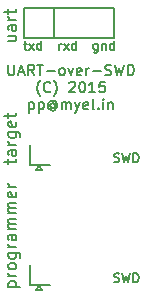
<source format=gto>
G04 #@! TF.FileFunction,Legend,Top*
%FSLAX46Y46*%
G04 Gerber Fmt 4.6, Leading zero omitted, Abs format (unit mm)*
G04 Created by KiCad (PCBNEW (2015-01-02 BZR 5348)-product) date 1/21/2015 12:38:18 AM*
%MOMM*%
G01*
G04 APERTURE LIST*
%ADD10C,0.100000*%
%ADD11C,0.152400*%
%ADD12C,0.177800*%
%ADD13C,0.150000*%
G04 APERTURE END LIST*
D10*
D11*
X144761858Y-102797429D02*
X144870715Y-102833714D01*
X145052144Y-102833714D01*
X145124715Y-102797429D01*
X145161001Y-102761143D01*
X145197286Y-102688571D01*
X145197286Y-102616000D01*
X145161001Y-102543429D01*
X145124715Y-102507143D01*
X145052144Y-102470857D01*
X144907001Y-102434571D01*
X144834429Y-102398286D01*
X144798144Y-102362000D01*
X144761858Y-102289429D01*
X144761858Y-102216857D01*
X144798144Y-102144286D01*
X144834429Y-102108000D01*
X144907001Y-102071714D01*
X145088429Y-102071714D01*
X145197286Y-102108000D01*
X145451286Y-102071714D02*
X145632715Y-102833714D01*
X145777858Y-102289429D01*
X145923000Y-102833714D01*
X146104429Y-102071714D01*
X146394715Y-102833714D02*
X146394715Y-102071714D01*
X146576143Y-102071714D01*
X146685000Y-102108000D01*
X146757572Y-102180571D01*
X146793857Y-102253143D01*
X146830143Y-102398286D01*
X146830143Y-102507143D01*
X146793857Y-102652286D01*
X146757572Y-102724857D01*
X146685000Y-102797429D01*
X146576143Y-102833714D01*
X146394715Y-102833714D01*
X144761858Y-92637429D02*
X144870715Y-92673714D01*
X145052144Y-92673714D01*
X145124715Y-92637429D01*
X145161001Y-92601143D01*
X145197286Y-92528571D01*
X145197286Y-92456000D01*
X145161001Y-92383429D01*
X145124715Y-92347143D01*
X145052144Y-92310857D01*
X144907001Y-92274571D01*
X144834429Y-92238286D01*
X144798144Y-92202000D01*
X144761858Y-92129429D01*
X144761858Y-92056857D01*
X144798144Y-91984286D01*
X144834429Y-91948000D01*
X144907001Y-91911714D01*
X145088429Y-91911714D01*
X145197286Y-91948000D01*
X145451286Y-91911714D02*
X145632715Y-92673714D01*
X145777858Y-92129429D01*
X145923000Y-92673714D01*
X146104429Y-91911714D01*
X146394715Y-92673714D02*
X146394715Y-91911714D01*
X146576143Y-91911714D01*
X146685000Y-91948000D01*
X146757572Y-92020571D01*
X146793857Y-92093143D01*
X146830143Y-92238286D01*
X146830143Y-92347143D01*
X146793857Y-92492286D01*
X146757572Y-92564857D01*
X146685000Y-92637429D01*
X146576143Y-92673714D01*
X146394715Y-92673714D01*
X137087428Y-82640714D02*
X137377714Y-82640714D01*
X137196286Y-82386714D02*
X137196286Y-83039857D01*
X137232571Y-83112429D01*
X137305143Y-83148714D01*
X137377714Y-83148714D01*
X137559143Y-83148714D02*
X137958286Y-82640714D01*
X137559143Y-82640714D02*
X137958286Y-83148714D01*
X138575143Y-83148714D02*
X138575143Y-82386714D01*
X138575143Y-83112429D02*
X138502572Y-83148714D01*
X138357429Y-83148714D01*
X138284857Y-83112429D01*
X138248572Y-83076143D01*
X138212286Y-83003571D01*
X138212286Y-82785857D01*
X138248572Y-82713286D01*
X138284857Y-82677000D01*
X138357429Y-82640714D01*
X138502572Y-82640714D01*
X138575143Y-82677000D01*
X140099143Y-83148714D02*
X140099143Y-82640714D01*
X140099143Y-82785857D02*
X140135428Y-82713286D01*
X140171714Y-82677000D01*
X140244285Y-82640714D01*
X140316857Y-82640714D01*
X140498285Y-83148714D02*
X140897428Y-82640714D01*
X140498285Y-82640714D02*
X140897428Y-83148714D01*
X141514285Y-83148714D02*
X141514285Y-82386714D01*
X141514285Y-83112429D02*
X141441714Y-83148714D01*
X141296571Y-83148714D01*
X141223999Y-83112429D01*
X141187714Y-83076143D01*
X141151428Y-83003571D01*
X141151428Y-82785857D01*
X141187714Y-82713286D01*
X141223999Y-82677000D01*
X141296571Y-82640714D01*
X141441714Y-82640714D01*
X141514285Y-82677000D01*
X143364856Y-82640714D02*
X143364856Y-83257571D01*
X143328570Y-83330143D01*
X143292285Y-83366429D01*
X143219713Y-83402714D01*
X143110856Y-83402714D01*
X143038285Y-83366429D01*
X143364856Y-83112429D02*
X143292285Y-83148714D01*
X143147142Y-83148714D01*
X143074570Y-83112429D01*
X143038285Y-83076143D01*
X143001999Y-83003571D01*
X143001999Y-82785857D01*
X143038285Y-82713286D01*
X143074570Y-82677000D01*
X143147142Y-82640714D01*
X143292285Y-82640714D01*
X143364856Y-82677000D01*
X143727714Y-82640714D02*
X143727714Y-83148714D01*
X143727714Y-82713286D02*
X143763999Y-82677000D01*
X143836571Y-82640714D01*
X143945428Y-82640714D01*
X144017999Y-82677000D01*
X144054285Y-82749571D01*
X144054285Y-83148714D01*
X144743714Y-83148714D02*
X144743714Y-82386714D01*
X144743714Y-83112429D02*
X144671143Y-83148714D01*
X144526000Y-83148714D01*
X144453428Y-83112429D01*
X144417143Y-83076143D01*
X144380857Y-83003571D01*
X144380857Y-82785857D01*
X144417143Y-82713286D01*
X144453428Y-82677000D01*
X144526000Y-82640714D01*
X144671143Y-82640714D01*
X144743714Y-82677000D01*
D12*
X135805334Y-84450767D02*
X135805334Y-85170433D01*
X135847667Y-85255100D01*
X135890000Y-85297433D01*
X135974667Y-85339767D01*
X136144000Y-85339767D01*
X136228667Y-85297433D01*
X136271000Y-85255100D01*
X136313334Y-85170433D01*
X136313334Y-84450767D01*
X136694333Y-85085767D02*
X137117667Y-85085767D01*
X136609667Y-85339767D02*
X136906000Y-84450767D01*
X137202333Y-85339767D01*
X138006667Y-85339767D02*
X137710333Y-84916433D01*
X137498667Y-85339767D02*
X137498667Y-84450767D01*
X137837333Y-84450767D01*
X137922000Y-84493100D01*
X137964333Y-84535433D01*
X138006667Y-84620100D01*
X138006667Y-84747100D01*
X137964333Y-84831767D01*
X137922000Y-84874100D01*
X137837333Y-84916433D01*
X137498667Y-84916433D01*
X138260667Y-84450767D02*
X138768667Y-84450767D01*
X138514667Y-85339767D02*
X138514667Y-84450767D01*
X139065000Y-85001100D02*
X139742333Y-85001100D01*
X140292667Y-85339767D02*
X140208000Y-85297433D01*
X140165667Y-85255100D01*
X140123333Y-85170433D01*
X140123333Y-84916433D01*
X140165667Y-84831767D01*
X140208000Y-84789433D01*
X140292667Y-84747100D01*
X140419667Y-84747100D01*
X140504333Y-84789433D01*
X140546667Y-84831767D01*
X140589000Y-84916433D01*
X140589000Y-85170433D01*
X140546667Y-85255100D01*
X140504333Y-85297433D01*
X140419667Y-85339767D01*
X140292667Y-85339767D01*
X140885333Y-84747100D02*
X141097000Y-85339767D01*
X141308666Y-84747100D01*
X141985999Y-85297433D02*
X141901333Y-85339767D01*
X141731999Y-85339767D01*
X141647333Y-85297433D01*
X141604999Y-85212767D01*
X141604999Y-84874100D01*
X141647333Y-84789433D01*
X141731999Y-84747100D01*
X141901333Y-84747100D01*
X141985999Y-84789433D01*
X142028333Y-84874100D01*
X142028333Y-84958767D01*
X141604999Y-85043433D01*
X142409333Y-85339767D02*
X142409333Y-84747100D01*
X142409333Y-84916433D02*
X142451666Y-84831767D01*
X142493999Y-84789433D01*
X142578666Y-84747100D01*
X142663333Y-84747100D01*
X142959666Y-85001100D02*
X143636999Y-85001100D01*
X144017999Y-85297433D02*
X144144999Y-85339767D01*
X144356666Y-85339767D01*
X144441333Y-85297433D01*
X144483666Y-85255100D01*
X144525999Y-85170433D01*
X144525999Y-85085767D01*
X144483666Y-85001100D01*
X144441333Y-84958767D01*
X144356666Y-84916433D01*
X144187333Y-84874100D01*
X144102666Y-84831767D01*
X144060333Y-84789433D01*
X144017999Y-84704767D01*
X144017999Y-84620100D01*
X144060333Y-84535433D01*
X144102666Y-84493100D01*
X144187333Y-84450767D01*
X144398999Y-84450767D01*
X144525999Y-84493100D01*
X144822333Y-84450767D02*
X145034000Y-85339767D01*
X145203333Y-84704767D01*
X145372666Y-85339767D01*
X145584333Y-84450767D01*
X145923000Y-85339767D02*
X145923000Y-84450767D01*
X146134666Y-84450767D01*
X146261666Y-84493100D01*
X146346333Y-84577767D01*
X146388666Y-84662433D01*
X146431000Y-84831767D01*
X146431000Y-84958767D01*
X146388666Y-85128100D01*
X146346333Y-85212767D01*
X146261666Y-85297433D01*
X146134666Y-85339767D01*
X145923000Y-85339767D01*
X138493500Y-87100833D02*
X138451166Y-87058500D01*
X138366500Y-86931500D01*
X138324166Y-86846833D01*
X138281833Y-86719833D01*
X138239500Y-86508167D01*
X138239500Y-86338833D01*
X138281833Y-86127167D01*
X138324166Y-86000167D01*
X138366500Y-85915500D01*
X138451166Y-85788500D01*
X138493500Y-85746167D01*
X139340167Y-86677500D02*
X139297833Y-86719833D01*
X139170833Y-86762167D01*
X139086167Y-86762167D01*
X138959167Y-86719833D01*
X138874500Y-86635167D01*
X138832167Y-86550500D01*
X138789833Y-86381167D01*
X138789833Y-86254167D01*
X138832167Y-86084833D01*
X138874500Y-86000167D01*
X138959167Y-85915500D01*
X139086167Y-85873167D01*
X139170833Y-85873167D01*
X139297833Y-85915500D01*
X139340167Y-85957833D01*
X139636500Y-87100833D02*
X139678833Y-87058500D01*
X139763500Y-86931500D01*
X139805833Y-86846833D01*
X139848167Y-86719833D01*
X139890500Y-86508167D01*
X139890500Y-86338833D01*
X139848167Y-86127167D01*
X139805833Y-86000167D01*
X139763500Y-85915500D01*
X139678833Y-85788500D01*
X139636500Y-85746167D01*
X140948833Y-85957833D02*
X140991167Y-85915500D01*
X141075833Y-85873167D01*
X141287500Y-85873167D01*
X141372167Y-85915500D01*
X141414500Y-85957833D01*
X141456833Y-86042500D01*
X141456833Y-86127167D01*
X141414500Y-86254167D01*
X140906500Y-86762167D01*
X141456833Y-86762167D01*
X142007167Y-85873167D02*
X142091834Y-85873167D01*
X142176500Y-85915500D01*
X142218834Y-85957833D01*
X142261167Y-86042500D01*
X142303500Y-86211833D01*
X142303500Y-86423500D01*
X142261167Y-86592833D01*
X142218834Y-86677500D01*
X142176500Y-86719833D01*
X142091834Y-86762167D01*
X142007167Y-86762167D01*
X141922500Y-86719833D01*
X141880167Y-86677500D01*
X141837834Y-86592833D01*
X141795500Y-86423500D01*
X141795500Y-86211833D01*
X141837834Y-86042500D01*
X141880167Y-85957833D01*
X141922500Y-85915500D01*
X142007167Y-85873167D01*
X143150167Y-86762167D02*
X142642167Y-86762167D01*
X142896167Y-86762167D02*
X142896167Y-85873167D01*
X142811501Y-86000167D01*
X142726834Y-86084833D01*
X142642167Y-86127167D01*
X143954501Y-85873167D02*
X143531168Y-85873167D01*
X143488834Y-86296500D01*
X143531168Y-86254167D01*
X143615834Y-86211833D01*
X143827501Y-86211833D01*
X143912168Y-86254167D01*
X143954501Y-86296500D01*
X143996834Y-86381167D01*
X143996834Y-86592833D01*
X143954501Y-86677500D01*
X143912168Y-86719833D01*
X143827501Y-86762167D01*
X143615834Y-86762167D01*
X143531168Y-86719833D01*
X143488834Y-86677500D01*
X137562168Y-87591900D02*
X137562168Y-88480900D01*
X137562168Y-87634233D02*
X137646834Y-87591900D01*
X137816168Y-87591900D01*
X137900834Y-87634233D01*
X137943168Y-87676567D01*
X137985501Y-87761233D01*
X137985501Y-88015233D01*
X137943168Y-88099900D01*
X137900834Y-88142233D01*
X137816168Y-88184567D01*
X137646834Y-88184567D01*
X137562168Y-88142233D01*
X138366501Y-87591900D02*
X138366501Y-88480900D01*
X138366501Y-87634233D02*
X138451167Y-87591900D01*
X138620501Y-87591900D01*
X138705167Y-87634233D01*
X138747501Y-87676567D01*
X138789834Y-87761233D01*
X138789834Y-88015233D01*
X138747501Y-88099900D01*
X138705167Y-88142233D01*
X138620501Y-88184567D01*
X138451167Y-88184567D01*
X138366501Y-88142233D01*
X139721167Y-87761233D02*
X139678834Y-87718900D01*
X139594167Y-87676567D01*
X139509500Y-87676567D01*
X139424834Y-87718900D01*
X139382500Y-87761233D01*
X139340167Y-87845900D01*
X139340167Y-87930567D01*
X139382500Y-88015233D01*
X139424834Y-88057567D01*
X139509500Y-88099900D01*
X139594167Y-88099900D01*
X139678834Y-88057567D01*
X139721167Y-88015233D01*
X139721167Y-87676567D02*
X139721167Y-88015233D01*
X139763500Y-88057567D01*
X139805834Y-88057567D01*
X139890500Y-88015233D01*
X139932834Y-87930567D01*
X139932834Y-87718900D01*
X139848167Y-87591900D01*
X139721167Y-87507233D01*
X139551834Y-87464900D01*
X139382500Y-87507233D01*
X139255500Y-87591900D01*
X139170834Y-87718900D01*
X139128500Y-87888233D01*
X139170834Y-88057567D01*
X139255500Y-88184567D01*
X139382500Y-88269233D01*
X139551834Y-88311567D01*
X139721167Y-88269233D01*
X139848167Y-88184567D01*
X140313834Y-88184567D02*
X140313834Y-87591900D01*
X140313834Y-87676567D02*
X140356167Y-87634233D01*
X140440834Y-87591900D01*
X140567834Y-87591900D01*
X140652500Y-87634233D01*
X140694834Y-87718900D01*
X140694834Y-88184567D01*
X140694834Y-87718900D02*
X140737167Y-87634233D01*
X140821834Y-87591900D01*
X140948834Y-87591900D01*
X141033500Y-87634233D01*
X141075834Y-87718900D01*
X141075834Y-88184567D01*
X141414500Y-87591900D02*
X141626167Y-88184567D01*
X141837833Y-87591900D02*
X141626167Y-88184567D01*
X141541500Y-88396233D01*
X141499167Y-88438567D01*
X141414500Y-88480900D01*
X142515166Y-88142233D02*
X142430500Y-88184567D01*
X142261166Y-88184567D01*
X142176500Y-88142233D01*
X142134166Y-88057567D01*
X142134166Y-87718900D01*
X142176500Y-87634233D01*
X142261166Y-87591900D01*
X142430500Y-87591900D01*
X142515166Y-87634233D01*
X142557500Y-87718900D01*
X142557500Y-87803567D01*
X142134166Y-87888233D01*
X143065500Y-88184567D02*
X142980833Y-88142233D01*
X142938500Y-88057567D01*
X142938500Y-87295567D01*
X143404167Y-88099900D02*
X143446500Y-88142233D01*
X143404167Y-88184567D01*
X143361833Y-88142233D01*
X143404167Y-88099900D01*
X143404167Y-88184567D01*
X143827500Y-88184567D02*
X143827500Y-87591900D01*
X143827500Y-87295567D02*
X143785166Y-87337900D01*
X143827500Y-87380233D01*
X143869833Y-87337900D01*
X143827500Y-87295567D01*
X143827500Y-87380233D01*
X144250833Y-87591900D02*
X144250833Y-88184567D01*
X144250833Y-87676567D02*
X144293166Y-87634233D01*
X144377833Y-87591900D01*
X144504833Y-87591900D01*
X144589499Y-87634233D01*
X144631833Y-87718900D01*
X144631833Y-88184567D01*
D13*
X139700000Y-79629000D02*
X144780000Y-79629000D01*
X144780000Y-79629000D02*
X144780000Y-82169000D01*
X144780000Y-82169000D02*
X139700000Y-82169000D01*
X137160000Y-82169000D02*
X139700000Y-82169000D01*
X139700000Y-82169000D02*
X139700000Y-79629000D01*
X137160000Y-82169000D02*
X137160000Y-79629000D01*
X137160000Y-79629000D02*
X139700000Y-79629000D01*
X137600000Y-91240000D02*
X137600000Y-92940000D01*
X137600000Y-92940000D02*
X139300000Y-92940000D01*
X138430000Y-92964000D02*
X138176000Y-93345000D01*
X138176000Y-93345000D02*
X138557000Y-93345000D01*
X138557000Y-93345000D02*
X138684000Y-93345000D01*
X138684000Y-93345000D02*
X138430000Y-92964000D01*
X137600000Y-101400000D02*
X137600000Y-103100000D01*
X137600000Y-103100000D02*
X139300000Y-103100000D01*
X138430000Y-103124000D02*
X138176000Y-103505000D01*
X138176000Y-103505000D02*
X138557000Y-103505000D01*
X138557000Y-103505000D02*
X138684000Y-103505000D01*
X138684000Y-103505000D02*
X138430000Y-103124000D01*
X135802714Y-81986333D02*
X136469381Y-81986333D01*
X135802714Y-82414905D02*
X136326524Y-82414905D01*
X136421762Y-82367286D01*
X136469381Y-82272048D01*
X136469381Y-82129190D01*
X136421762Y-82033952D01*
X136374143Y-81986333D01*
X136469381Y-81081571D02*
X135945571Y-81081571D01*
X135850333Y-81129190D01*
X135802714Y-81224428D01*
X135802714Y-81414905D01*
X135850333Y-81510143D01*
X136421762Y-81081571D02*
X136469381Y-81176809D01*
X136469381Y-81414905D01*
X136421762Y-81510143D01*
X136326524Y-81557762D01*
X136231286Y-81557762D01*
X136136048Y-81510143D01*
X136088429Y-81414905D01*
X136088429Y-81176809D01*
X136040810Y-81081571D01*
X136469381Y-80605381D02*
X135802714Y-80605381D01*
X135993190Y-80605381D02*
X135897952Y-80557762D01*
X135850333Y-80510143D01*
X135802714Y-80414905D01*
X135802714Y-80319666D01*
X135802714Y-80129190D02*
X135802714Y-79748238D01*
X135469381Y-79986333D02*
X136326524Y-79986333D01*
X136421762Y-79938714D01*
X136469381Y-79843476D01*
X136469381Y-79748238D01*
X135799286Y-92830951D02*
X135799286Y-92443903D01*
X135460619Y-92685808D02*
X136331476Y-92685808D01*
X136428238Y-92637427D01*
X136476619Y-92540665D01*
X136476619Y-92443903D01*
X136476619Y-91669809D02*
X135944429Y-91669809D01*
X135847667Y-91718190D01*
X135799286Y-91814952D01*
X135799286Y-92008475D01*
X135847667Y-92105237D01*
X136428238Y-91669809D02*
X136476619Y-91766571D01*
X136476619Y-92008475D01*
X136428238Y-92105237D01*
X136331476Y-92153618D01*
X136234714Y-92153618D01*
X136137952Y-92105237D01*
X136089571Y-92008475D01*
X136089571Y-91766571D01*
X136041190Y-91669809D01*
X136476619Y-91185999D02*
X135799286Y-91185999D01*
X135992810Y-91185999D02*
X135896048Y-91137618D01*
X135847667Y-91089237D01*
X135799286Y-90992475D01*
X135799286Y-90895714D01*
X135799286Y-90121619D02*
X136621762Y-90121619D01*
X136718524Y-90170000D01*
X136766905Y-90218381D01*
X136815286Y-90315142D01*
X136815286Y-90460285D01*
X136766905Y-90557047D01*
X136428238Y-90121619D02*
X136476619Y-90218381D01*
X136476619Y-90411904D01*
X136428238Y-90508666D01*
X136379857Y-90557047D01*
X136283095Y-90605428D01*
X135992810Y-90605428D01*
X135896048Y-90557047D01*
X135847667Y-90508666D01*
X135799286Y-90411904D01*
X135799286Y-90218381D01*
X135847667Y-90121619D01*
X136428238Y-89250762D02*
X136476619Y-89347524D01*
X136476619Y-89541047D01*
X136428238Y-89637809D01*
X136331476Y-89686190D01*
X135944429Y-89686190D01*
X135847667Y-89637809D01*
X135799286Y-89541047D01*
X135799286Y-89347524D01*
X135847667Y-89250762D01*
X135944429Y-89202381D01*
X136041190Y-89202381D01*
X136137952Y-89686190D01*
X135799286Y-88912095D02*
X135799286Y-88525047D01*
X135460619Y-88766952D02*
X136331476Y-88766952D01*
X136428238Y-88718571D01*
X136476619Y-88621809D01*
X136476619Y-88525047D01*
X135799286Y-103263094D02*
X136815286Y-103263094D01*
X135847667Y-103263094D02*
X135799286Y-103166332D01*
X135799286Y-102972809D01*
X135847667Y-102876047D01*
X135896048Y-102827666D01*
X135992810Y-102779285D01*
X136283095Y-102779285D01*
X136379857Y-102827666D01*
X136428238Y-102876047D01*
X136476619Y-102972809D01*
X136476619Y-103166332D01*
X136428238Y-103263094D01*
X136476619Y-102343856D02*
X135799286Y-102343856D01*
X135992810Y-102343856D02*
X135896048Y-102295475D01*
X135847667Y-102247094D01*
X135799286Y-102150332D01*
X135799286Y-102053571D01*
X136476619Y-101569761D02*
X136428238Y-101666523D01*
X136379857Y-101714904D01*
X136283095Y-101763285D01*
X135992810Y-101763285D01*
X135896048Y-101714904D01*
X135847667Y-101666523D01*
X135799286Y-101569761D01*
X135799286Y-101424619D01*
X135847667Y-101327857D01*
X135896048Y-101279476D01*
X135992810Y-101231095D01*
X136283095Y-101231095D01*
X136379857Y-101279476D01*
X136428238Y-101327857D01*
X136476619Y-101424619D01*
X136476619Y-101569761D01*
X135799286Y-100360238D02*
X136621762Y-100360238D01*
X136718524Y-100408619D01*
X136766905Y-100457000D01*
X136815286Y-100553761D01*
X136815286Y-100698904D01*
X136766905Y-100795666D01*
X136428238Y-100360238D02*
X136476619Y-100457000D01*
X136476619Y-100650523D01*
X136428238Y-100747285D01*
X136379857Y-100795666D01*
X136283095Y-100844047D01*
X135992810Y-100844047D01*
X135896048Y-100795666D01*
X135847667Y-100747285D01*
X135799286Y-100650523D01*
X135799286Y-100457000D01*
X135847667Y-100360238D01*
X136476619Y-99876428D02*
X135799286Y-99876428D01*
X135992810Y-99876428D02*
X135896048Y-99828047D01*
X135847667Y-99779666D01*
X135799286Y-99682904D01*
X135799286Y-99586143D01*
X136476619Y-98812048D02*
X135944429Y-98812048D01*
X135847667Y-98860429D01*
X135799286Y-98957191D01*
X135799286Y-99150714D01*
X135847667Y-99247476D01*
X136428238Y-98812048D02*
X136476619Y-98908810D01*
X136476619Y-99150714D01*
X136428238Y-99247476D01*
X136331476Y-99295857D01*
X136234714Y-99295857D01*
X136137952Y-99247476D01*
X136089571Y-99150714D01*
X136089571Y-98908810D01*
X136041190Y-98812048D01*
X136476619Y-98328238D02*
X135799286Y-98328238D01*
X135896048Y-98328238D02*
X135847667Y-98279857D01*
X135799286Y-98183095D01*
X135799286Y-98037953D01*
X135847667Y-97941191D01*
X135944429Y-97892810D01*
X136476619Y-97892810D01*
X135944429Y-97892810D02*
X135847667Y-97844429D01*
X135799286Y-97747667D01*
X135799286Y-97602524D01*
X135847667Y-97505762D01*
X135944429Y-97457381D01*
X136476619Y-97457381D01*
X136476619Y-96973571D02*
X135799286Y-96973571D01*
X135896048Y-96973571D02*
X135847667Y-96925190D01*
X135799286Y-96828428D01*
X135799286Y-96683286D01*
X135847667Y-96586524D01*
X135944429Y-96538143D01*
X136476619Y-96538143D01*
X135944429Y-96538143D02*
X135847667Y-96489762D01*
X135799286Y-96393000D01*
X135799286Y-96247857D01*
X135847667Y-96151095D01*
X135944429Y-96102714D01*
X136476619Y-96102714D01*
X136428238Y-95231857D02*
X136476619Y-95328619D01*
X136476619Y-95522142D01*
X136428238Y-95618904D01*
X136331476Y-95667285D01*
X135944429Y-95667285D01*
X135847667Y-95618904D01*
X135799286Y-95522142D01*
X135799286Y-95328619D01*
X135847667Y-95231857D01*
X135944429Y-95183476D01*
X136041190Y-95183476D01*
X136137952Y-95667285D01*
X136476619Y-94748047D02*
X135799286Y-94748047D01*
X135992810Y-94748047D02*
X135896048Y-94699666D01*
X135847667Y-94651285D01*
X135799286Y-94554523D01*
X135799286Y-94457762D01*
M02*

</source>
